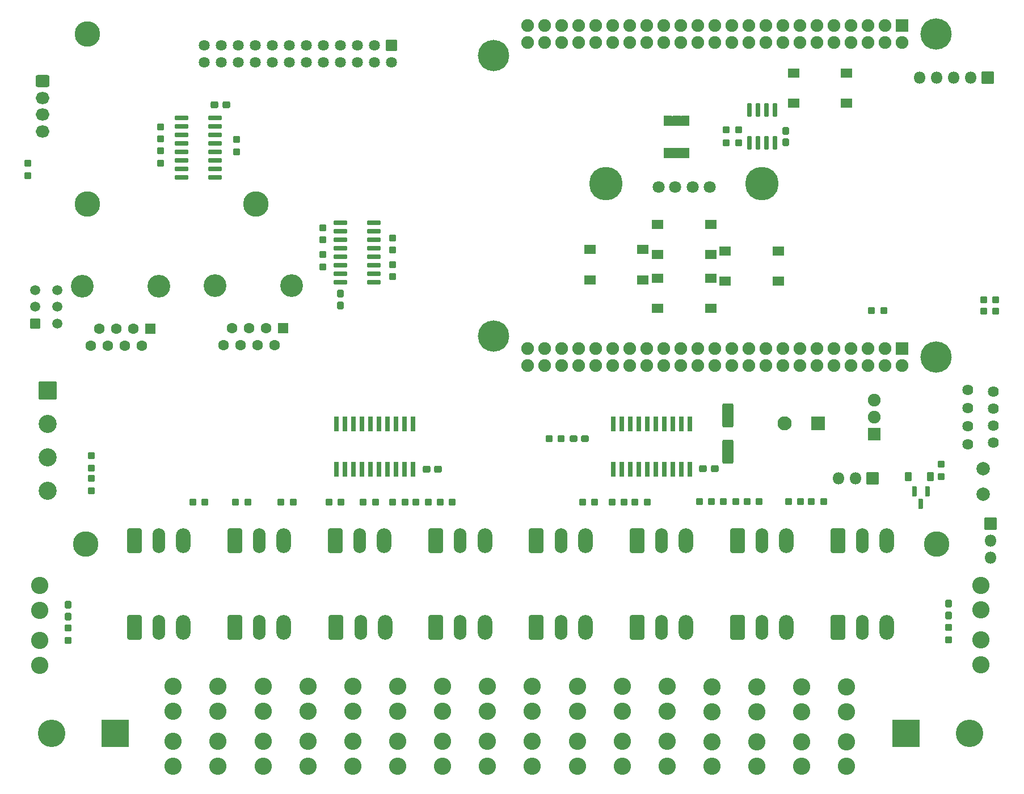
<source format=gbr>
%TF.GenerationSoftware,KiCad,Pcbnew,(6.0.7)*%
%TF.CreationDate,2022-08-24T09:30:35-04:00*%
%TF.ProjectId,BBB_16,4242425f-3136-42e6-9b69-6361645f7063,v2.1*%
%TF.SameCoordinates,Original*%
%TF.FileFunction,Soldermask,Top*%
%TF.FilePolarity,Negative*%
%FSLAX46Y46*%
G04 Gerber Fmt 4.6, Leading zero omitted, Abs format (unit mm)*
G04 Created by KiCad (PCBNEW (6.0.7)) date 2022-08-24 09:30:35*
%MOMM*%
%LPD*%
G01*
G04 APERTURE LIST*
G04 Aperture macros list*
%AMRoundRect*
0 Rectangle with rounded corners*
0 $1 Rounding radius*
0 $2 $3 $4 $5 $6 $7 $8 $9 X,Y pos of 4 corners*
0 Add a 4 corners polygon primitive as box body*
4,1,4,$2,$3,$4,$5,$6,$7,$8,$9,$2,$3,0*
0 Add four circle primitives for the rounded corners*
1,1,$1+$1,$2,$3*
1,1,$1+$1,$4,$5*
1,1,$1+$1,$6,$7*
1,1,$1+$1,$8,$9*
0 Add four rect primitives between the rounded corners*
20,1,$1+$1,$2,$3,$4,$5,0*
20,1,$1+$1,$4,$5,$6,$7,0*
20,1,$1+$1,$6,$7,$8,$9,0*
20,1,$1+$1,$8,$9,$2,$3,0*%
G04 Aperture macros list end*
%ADD10RoundRect,0.288500X-0.300000X-0.237500X0.300000X-0.237500X0.300000X0.237500X-0.300000X0.237500X0*%
%ADD11C,2.577000*%
%ADD12RoundRect,0.342667X-0.758333X-1.508333X0.758333X-1.508333X0.758333X1.508333X-0.758333X1.508333X0*%
%ADD13O,1.902000X3.702000*%
%ADD14O,2.202000X3.702000*%
%ADD15RoundRect,0.051000X-0.450000X-0.600000X0.450000X-0.600000X0.450000X0.600000X-0.450000X0.600000X0*%
%ADD16RoundRect,0.288500X-0.237500X0.250000X-0.237500X-0.250000X0.237500X-0.250000X0.237500X0.250000X0*%
%ADD17RoundRect,0.288500X0.237500X-0.250000X0.237500X0.250000X-0.237500X0.250000X-0.237500X-0.250000X0*%
%ADD18RoundRect,0.051000X-0.850000X0.850000X-0.850000X-0.850000X0.850000X-0.850000X0.850000X0.850000X0*%
%ADD19O,1.802000X1.802000*%
%ADD20C,3.802000*%
%ADD21C,5.000000*%
%ADD22C,1.802000*%
%ADD23RoundRect,0.288500X-0.237500X0.287500X-0.237500X-0.287500X0.237500X-0.287500X0.237500X0.287500X0*%
%ADD24RoundRect,0.288500X-0.287500X-0.237500X0.287500X-0.237500X0.287500X0.237500X-0.287500X0.237500X0*%
%ADD25RoundRect,0.288500X0.250000X0.237500X-0.250000X0.237500X-0.250000X-0.237500X0.250000X-0.237500X0*%
%ADD26RoundRect,0.051000X-0.775000X-0.650000X0.775000X-0.650000X0.775000X0.650000X-0.775000X0.650000X0*%
%ADD27RoundRect,0.051000X-0.279400X1.079500X-0.279400X-1.079500X0.279400X-1.079500X0.279400X1.079500X0*%
%ADD28RoundRect,0.288500X0.237500X-0.300000X0.237500X0.300000X-0.237500X0.300000X-0.237500X-0.300000X0*%
%ADD29RoundRect,0.201000X-0.150000X0.825000X-0.150000X-0.825000X0.150000X-0.825000X0.150000X0.825000X0*%
%ADD30C,3.402000*%
%ADD31RoundRect,0.051000X0.750000X0.750000X-0.750000X0.750000X-0.750000X-0.750000X0.750000X-0.750000X0*%
%ADD32C,1.602000*%
%ADD33RoundRect,0.051000X-0.500000X-0.750000X0.500000X-0.750000X0.500000X0.750000X-0.500000X0.750000X0*%
%ADD34RoundRect,0.288500X-0.237500X0.300000X-0.237500X-0.300000X0.237500X-0.300000X0.237500X0.300000X0*%
%ADD35RoundRect,0.051000X2.000000X2.000000X-2.000000X2.000000X-2.000000X-2.000000X2.000000X-2.000000X0*%
%ADD36C,4.102000*%
%ADD37RoundRect,0.051000X-2.000000X-2.000000X2.000000X-2.000000X2.000000X2.000000X-2.000000X2.000000X0*%
%ADD38RoundRect,0.201000X0.825000X0.150000X-0.825000X0.150000X-0.825000X-0.150000X0.825000X-0.150000X0*%
%ADD39RoundRect,0.051000X0.765000X0.765000X-0.765000X0.765000X-0.765000X-0.765000X0.765000X-0.765000X0*%
%ADD40C,1.632000*%
%ADD41RoundRect,0.051000X-0.900000X-0.900000X0.900000X-0.900000X0.900000X0.900000X-0.900000X0.900000X0*%
%ADD42C,1.902000*%
%ADD43C,4.674000*%
%ADD44RoundRect,0.301000X-0.725000X0.600000X-0.725000X-0.600000X0.725000X-0.600000X0.725000X0.600000X0*%
%ADD45O,2.052000X1.802000*%
%ADD46C,2.006000*%
%ADD47RoundRect,0.051000X-0.850000X-0.850000X0.850000X-0.850000X0.850000X0.850000X-0.850000X0.850000X0*%
%ADD48RoundRect,0.051000X-1.300000X1.300000X-1.300000X-1.300000X1.300000X-1.300000X1.300000X1.300000X0*%
%ADD49C,2.702000*%
%ADD50RoundRect,0.051000X0.700000X-0.700000X0.700000X0.700000X-0.700000X0.700000X-0.700000X-0.700000X0*%
%ADD51C,1.502000*%
%ADD52RoundRect,0.288500X-0.250000X-0.237500X0.250000X-0.237500X0.250000X0.237500X-0.250000X0.237500X0*%
%ADD53RoundRect,0.301000X0.550000X-1.500000X0.550000X1.500000X-0.550000X1.500000X-0.550000X-1.500000X0*%
%ADD54RoundRect,0.051000X1.000000X1.000000X-1.000000X1.000000X-1.000000X-1.000000X1.000000X-1.000000X0*%
%ADD55C,2.102000*%
%ADD56RoundRect,0.201000X-0.825000X-0.150000X0.825000X-0.150000X0.825000X0.150000X-0.825000X0.150000X0*%
%ADD57RoundRect,0.201000X-0.150000X0.587500X-0.150000X-0.587500X0.150000X-0.587500X0.150000X0.587500X0*%
%ADD58RoundRect,0.051000X-0.900000X0.900000X-0.900000X-0.900000X0.900000X-0.900000X0.900000X0.900000X0*%
%ADD59C,1.626000*%
G04 APERTURE END LIST*
D10*
%TO.C,C4*%
X-69087700Y23653700D03*
X-67362700Y23653700D03*
%TD*%
D11*
%TO.C,F18*%
X-126834600Y-5635100D03*
X-126834600Y-1935100D03*
X-126834600Y2564900D03*
X-126834600Y6264900D03*
%TD*%
D12*
%TO.C,J2*%
X-112700200Y3700D03*
D13*
X-109040200Y3700D03*
D14*
X-105380200Y3700D03*
%TD*%
D12*
%TO.C,J5*%
X-82700200Y13003700D03*
D13*
X-79040200Y13003700D03*
D14*
X-75380200Y13003700D03*
%TD*%
D12*
%TO.C,J6*%
X-82585858Y3700D03*
D13*
X-78925858Y3700D03*
D14*
X-75265858Y3700D03*
%TD*%
D12*
%TO.C,J7*%
X-67700200Y13003700D03*
D13*
X-64040200Y13003700D03*
D14*
X-60380200Y13003700D03*
%TD*%
D12*
%TO.C,J8*%
X-67700200Y3700D03*
D13*
X-64040200Y3700D03*
D14*
X-60380200Y3700D03*
%TD*%
D12*
%TO.C,J9*%
X-52700200Y13003700D03*
D13*
X-49040200Y13003700D03*
D14*
X-45380200Y13003700D03*
%TD*%
D12*
%TO.C,J10*%
X-52700200Y3700D03*
D13*
X-49040200Y3700D03*
D14*
X-45380200Y3700D03*
%TD*%
D12*
%TO.C,J11*%
X-37700200Y13003700D03*
D13*
X-34040200Y13003700D03*
D14*
X-30380200Y13003700D03*
%TD*%
D12*
%TO.C,J12*%
X-37700200Y3700D03*
D13*
X-34040200Y3700D03*
D14*
X-30380200Y3700D03*
%TD*%
D12*
%TO.C,J13*%
X-22700200Y13003700D03*
D13*
X-19040200Y13003700D03*
D14*
X-15380200Y13003700D03*
%TD*%
D12*
%TO.C,J14*%
X-22700200Y3700D03*
D13*
X-19040200Y3700D03*
D14*
X-15380200Y3700D03*
%TD*%
D12*
%TO.C,J15*%
X-7700200Y13003700D03*
D13*
X-4040200Y13003700D03*
D14*
X-380200Y13003700D03*
%TD*%
D12*
%TO.C,J16*%
X-7700200Y3700D03*
D13*
X-4040200Y3700D03*
D14*
X-380200Y3700D03*
%TD*%
D11*
%TO.C,F1*%
X-106894600Y-20685100D03*
X-106894600Y-16985100D03*
X-106894600Y-12485100D03*
X-106894600Y-8785100D03*
%TD*%
%TO.C,F7*%
X-66692002Y-20695100D03*
X-66692002Y-16995100D03*
X-66692002Y-12495100D03*
X-66692002Y-8795100D03*
%TD*%
%TO.C,F14*%
X-19788971Y-20760100D03*
X-19788971Y-17060100D03*
X-19788971Y-12560100D03*
X-19788971Y-8860100D03*
%TD*%
D10*
%TO.C,C3*%
X-27812700Y23703700D03*
X-26087700Y23703700D03*
%TD*%
D11*
%TO.C,F2*%
X-100194167Y-20700100D03*
X-100194167Y-17000100D03*
X-100194167Y-12500100D03*
X-100194167Y-8800100D03*
%TD*%
%TO.C,F6*%
X-73392435Y-20695100D03*
X-73392435Y-16995100D03*
X-73392435Y-12495100D03*
X-73392435Y-8795100D03*
%TD*%
%TO.C,F8*%
X-59991569Y-20695100D03*
X-59991569Y-16995100D03*
X-59991569Y-12495100D03*
X-59991569Y-8795100D03*
%TD*%
%TO.C,F9*%
X-53291136Y-20695100D03*
X-53291136Y-16995100D03*
X-53291136Y-12495100D03*
X-53291136Y-8795100D03*
%TD*%
%TO.C,F10*%
X-46590703Y-20695100D03*
X-46590703Y-16995100D03*
X-46590703Y-12495100D03*
X-46590703Y-8795100D03*
%TD*%
%TO.C,F16*%
X-6388100Y-20760100D03*
X-6388100Y-17060100D03*
X-6388100Y-12560100D03*
X-6388100Y-8860100D03*
%TD*%
%TO.C,F5*%
X-80092868Y-20695100D03*
X-80092868Y-16995100D03*
X-80092868Y-12495100D03*
X-80092868Y-8795100D03*
%TD*%
%TO.C,F3*%
X-93493734Y-20700100D03*
X-93493734Y-17000100D03*
X-93493734Y-12500100D03*
X-93493734Y-8800100D03*
%TD*%
%TO.C,F13*%
X-26489404Y-20760100D03*
X-26489404Y-17060100D03*
X-26489404Y-12560100D03*
X-26489404Y-8860100D03*
%TD*%
%TO.C,F11*%
X-39890270Y-20695100D03*
X-39890270Y-16995100D03*
X-39890270Y-12495100D03*
X-39890270Y-8795100D03*
%TD*%
%TO.C,F4*%
X-86793301Y-20700100D03*
X-86793301Y-17000100D03*
X-86793301Y-12500100D03*
X-86793301Y-8800100D03*
%TD*%
D12*
%TO.C,J1*%
X-112700200Y13003700D03*
D13*
X-109040200Y13003700D03*
D14*
X-105380200Y13003700D03*
%TD*%
D12*
%TO.C,J3*%
X-97700200Y13003700D03*
D13*
X-94040200Y13003700D03*
D14*
X-90380200Y13003700D03*
%TD*%
D12*
%TO.C,J4*%
X-97700200Y3700D03*
D13*
X-94040200Y3700D03*
D14*
X-90380200Y3700D03*
%TD*%
D15*
%TO.C,D1*%
X2849800Y22553700D03*
X6149800Y22553700D03*
%TD*%
D16*
%TO.C,R1*%
X-108750200Y74816200D03*
X-108750200Y72991200D03*
%TD*%
D17*
%TO.C,R2*%
X-108750200Y69391200D03*
X-108750200Y71216200D03*
%TD*%
D18*
%TO.C,J25*%
X14649800Y82103700D03*
D19*
X12109800Y82103700D03*
X9569800Y82103700D03*
X7029800Y82103700D03*
X4489800Y82103700D03*
%TD*%
D11*
%TO.C,F15*%
X-13088538Y-20760100D03*
X-13088538Y-17060100D03*
X-13088538Y-12560100D03*
X-13088538Y-8860100D03*
%TD*%
%TO.C,F12*%
X-33189837Y-20695100D03*
X-33189837Y-16995100D03*
X-33189837Y-12495100D03*
X-33189837Y-8795100D03*
%TD*%
D20*
%TO.C,H4*%
X-119689600Y63284900D03*
%TD*%
%TO.C,H3*%
X-94589600Y63284900D03*
%TD*%
D21*
%TO.C,J26*%
X-42300200Y66303700D03*
X-19000200Y66303700D03*
D22*
X-34450200Y65803700D03*
X-31950200Y65803700D03*
X-29350200Y65803700D03*
X-26850200Y65803700D03*
%TD*%
D23*
%TO.C,D5*%
X-122550200Y3378700D03*
X-122550200Y1628700D03*
%TD*%
%TO.C,D6*%
X8849800Y3578700D03*
X8849800Y1828700D03*
%TD*%
D20*
%TO.C,H2*%
X-119989600Y12484900D03*
%TD*%
D16*
%TO.C,R4*%
X-122550200Y-83800D03*
X-122550200Y-1908800D03*
%TD*%
%TO.C,R5*%
X8849800Y16200D03*
X8849800Y-1808800D03*
%TD*%
D24*
%TO.C,D4*%
X-47175200Y28203700D03*
X-45425200Y28203700D03*
%TD*%
D11*
%TO.C,F17*%
X13608800Y-5578300D03*
X13608800Y-1878300D03*
X13608800Y2621700D03*
X13608800Y6321700D03*
%TD*%
D25*
%TO.C,R7*%
X-22527700Y74383700D03*
X-24352700Y74383700D03*
%TD*%
D10*
%TO.C,C5*%
X-100712700Y78103700D03*
X-98987700Y78103700D03*
%TD*%
D26*
%TO.C,SW5*%
X-14325200Y82853700D03*
X-6375200Y82853700D03*
X-14325200Y78353700D03*
X-6375200Y78353700D03*
%TD*%
D27*
%TO.C,U4*%
X-29785200Y30431900D03*
X-31055200Y30431900D03*
X-32325200Y30431900D03*
X-33595200Y30431900D03*
X-34865200Y30431900D03*
X-36135200Y30431900D03*
X-37405200Y30431900D03*
X-38675200Y30431900D03*
X-39945200Y30431900D03*
X-41215200Y30431900D03*
X-41215200Y23675500D03*
X-39945200Y23675500D03*
X-38675200Y23675500D03*
X-37405200Y23675500D03*
X-36135200Y23675500D03*
X-34865200Y23675500D03*
X-33595200Y23675500D03*
X-32325200Y23675500D03*
X-31055200Y23675500D03*
X-29785200Y23675500D03*
%TD*%
D28*
%TO.C,C6*%
X-15440200Y72458700D03*
X-15440200Y74183700D03*
%TD*%
D25*
%TO.C,R6*%
X-22527700Y72403700D03*
X-24352700Y72403700D03*
%TD*%
D29*
%TO.C,U6*%
X-17105200Y77348700D03*
X-18375200Y77348700D03*
X-19645200Y77348700D03*
X-20915200Y77348700D03*
X-20915200Y72398700D03*
X-19645200Y72398700D03*
X-18375200Y72398700D03*
X-17105200Y72398700D03*
%TD*%
D27*
%TO.C,U3*%
X-71135200Y30431900D03*
X-72405200Y30431900D03*
X-73675200Y30431900D03*
X-74945200Y30431900D03*
X-76215200Y30431900D03*
X-77485200Y30431900D03*
X-78755200Y30431900D03*
X-80025200Y30431900D03*
X-81295200Y30431900D03*
X-82565200Y30431900D03*
X-82565200Y23675500D03*
X-81295200Y23675500D03*
X-80025200Y23675500D03*
X-78755200Y23675500D03*
X-77485200Y23675500D03*
X-76215200Y23675500D03*
X-74945200Y23675500D03*
X-73675200Y23675500D03*
X-72405200Y23675500D03*
X-71135200Y23675500D03*
%TD*%
D26*
%TO.C,SW3*%
X-34625200Y52153700D03*
X-26675200Y52153700D03*
X-26675200Y47653700D03*
X-34625200Y47653700D03*
%TD*%
D30*
%TO.C,J20*%
X-120427700Y50953700D03*
X-108997700Y50953700D03*
D31*
X-110267700Y44603700D03*
D32*
X-111537700Y42063700D03*
X-112807700Y44603700D03*
X-114077700Y42063700D03*
X-115347700Y44603700D03*
X-116617700Y42063700D03*
X-117887700Y44603700D03*
X-119157700Y42063700D03*
%TD*%
D33*
%TO.C,PIN4*%
X-33050200Y75703700D03*
X-31750200Y75703700D03*
X-30450200Y75703700D03*
%TD*%
%TO.C,PIN3*%
X-33050200Y70903700D03*
X-31750200Y70903700D03*
X-30450200Y70903700D03*
%TD*%
D34*
%TO.C,C7*%
X-81950200Y49866200D03*
X-81950200Y48141200D03*
%TD*%
D35*
%TO.C,J17*%
X-115550200Y-15796300D03*
D36*
X-125050200Y-15796300D03*
%TD*%
D37*
%TO.C,J18*%
X2449800Y-15796300D03*
D36*
X11949800Y-15796300D03*
%TD*%
D30*
%TO.C,J21*%
X-100627700Y51053700D03*
X-89197700Y51053700D03*
D31*
X-90467700Y44703700D03*
D32*
X-91737700Y42163700D03*
X-93007700Y44703700D03*
X-94277700Y42163700D03*
X-95547700Y44703700D03*
X-96817700Y42163700D03*
X-98087700Y44703700D03*
X-99357700Y42163700D03*
%TD*%
D38*
%TO.C,U7*%
X-76975200Y51558700D03*
X-76975200Y52828700D03*
X-76975200Y54098700D03*
X-76975200Y55368700D03*
X-76975200Y56638700D03*
X-76975200Y57908700D03*
X-76975200Y59178700D03*
X-76975200Y60448700D03*
X-81925200Y60448700D03*
X-81925200Y59178700D03*
X-81925200Y57908700D03*
X-81925200Y56638700D03*
X-81925200Y55368700D03*
X-81925200Y54098700D03*
X-81925200Y52828700D03*
X-81925200Y51558700D03*
%TD*%
D39*
%TO.C,J24*%
X-74280200Y86973700D03*
D40*
X-74280200Y84433700D03*
X-76820200Y86973700D03*
X-76820200Y84433700D03*
X-79360200Y86973700D03*
X-79360200Y84433700D03*
X-81900200Y86973700D03*
X-81900200Y84433700D03*
X-84440200Y86973700D03*
X-84440200Y84433700D03*
X-86980200Y86973700D03*
X-86980200Y84433700D03*
X-89520200Y86973700D03*
X-89520200Y84433700D03*
X-92060200Y86973700D03*
X-92060200Y84433700D03*
X-94600200Y86973700D03*
X-94600200Y84433700D03*
X-97140200Y86973700D03*
X-97140200Y84433700D03*
X-99680200Y86973700D03*
X-99680200Y84433700D03*
X-102220200Y86973700D03*
X-102220200Y84433700D03*
%TD*%
D41*
%TO.C,U1*%
X1844800Y41643700D03*
D42*
X1844800Y39103700D03*
X-695200Y41643700D03*
X-695200Y39103700D03*
X-3235200Y41643700D03*
X-3235200Y39103700D03*
X-5775200Y41643700D03*
X-5775200Y39103700D03*
X-8315200Y41643700D03*
X-8315200Y39103700D03*
X-10855200Y41643700D03*
X-10855200Y39103700D03*
X-13395200Y41643700D03*
X-13395200Y39103700D03*
X-15935200Y41643700D03*
X-15935200Y39103700D03*
X-18475200Y41643700D03*
X-18475200Y39103700D03*
X-21015200Y41643700D03*
X-21015200Y39103700D03*
X-23555200Y41643700D03*
X-23555200Y39103700D03*
X-26095200Y41643700D03*
X-26095200Y39103700D03*
X-28635200Y41643700D03*
X-28635200Y39103700D03*
X-31175200Y41643700D03*
X-31175200Y39103700D03*
X-33715200Y41643700D03*
X-33715200Y39103700D03*
X-36255200Y41643700D03*
X-36255200Y39103700D03*
X-38795200Y41643700D03*
X-38795200Y39103700D03*
X-41335200Y41643700D03*
X-41335200Y39103700D03*
X-43875200Y41643700D03*
X-43875200Y39103700D03*
X-46415200Y41643700D03*
X-46415200Y39103700D03*
X-48955200Y41643700D03*
X-48955200Y39103700D03*
X-51495200Y41643700D03*
X-51495200Y39103700D03*
X-54035200Y41643700D03*
X-54035200Y39103700D03*
D41*
X1844800Y89903700D03*
D42*
X1844800Y87363700D03*
X-695200Y89903700D03*
X-695200Y87363700D03*
X-3235200Y89903700D03*
X-3235200Y87363700D03*
X-5775200Y89903700D03*
X-5775200Y87363700D03*
X-8315200Y89903700D03*
X-8315200Y87363700D03*
X-10855200Y89903700D03*
X-10855200Y87363700D03*
X-13395200Y89903700D03*
X-13395200Y87363700D03*
X-15935200Y89903700D03*
X-15935200Y87363700D03*
X-18475200Y89903700D03*
X-18475200Y87363700D03*
X-21015200Y89903700D03*
X-21015200Y87363700D03*
X-23555200Y89903700D03*
X-23555200Y87363700D03*
X-26095200Y89903700D03*
X-26095200Y87363700D03*
X-28635200Y89903700D03*
X-28635200Y87363700D03*
X-31175200Y89903700D03*
X-31175200Y87363700D03*
X-33715200Y89903700D03*
X-33715200Y87363700D03*
X-36255200Y89903700D03*
X-36255200Y87363700D03*
X-38795200Y89903700D03*
X-38795200Y87363700D03*
X-41335200Y89903700D03*
X-41335200Y87363700D03*
X-43875200Y89903700D03*
X-43875200Y87363700D03*
X-46415200Y89903700D03*
X-46415200Y87363700D03*
X-48955200Y89903700D03*
X-48955200Y87363700D03*
X-51495200Y89903700D03*
X-51495200Y87363700D03*
X-54035200Y89903700D03*
X-54035200Y87363700D03*
D43*
X-59115200Y85458700D03*
X6924800Y88633700D03*
X6924800Y40373700D03*
X-59115200Y43548700D03*
%TD*%
D26*
%TO.C,SW2*%
X-34625200Y60253700D03*
X-26675200Y60253700D03*
X-34625200Y55753700D03*
X-26675200Y55753700D03*
%TD*%
%TO.C,SW1*%
X-44725200Y56453700D03*
X-36775200Y56453700D03*
X-36775200Y51953700D03*
X-44725200Y51953700D03*
%TD*%
%TO.C,SW4*%
X-24525200Y56253700D03*
X-16575200Y56253700D03*
X-16575200Y51753700D03*
X-24525200Y51753700D03*
%TD*%
D20*
%TO.C,H1*%
X7010400Y12484900D03*
%TD*%
D18*
%TO.C,J23*%
X-2550200Y22303700D03*
D19*
X-5090200Y22303700D03*
X-7630200Y22303700D03*
%TD*%
D44*
%TO.C,J19*%
X-126350200Y81603700D03*
D45*
X-126350200Y79103700D03*
X-126350200Y76603700D03*
X-126350200Y74103700D03*
%TD*%
D46*
%TO.C,J27*%
X14000259Y19898140D03*
X14000259Y23708140D03*
%TD*%
D47*
%TO.C,J28*%
X15049800Y15503700D03*
D19*
X15049800Y12963700D03*
X15049800Y10423700D03*
%TD*%
D48*
%TO.C,J22*%
X-125650200Y35403700D03*
D49*
X-125650200Y30403700D03*
X-125650200Y25403700D03*
X-125650200Y20403700D03*
%TD*%
D17*
%TO.C,R9*%
X-119100200Y20441200D03*
X-119100200Y22266200D03*
%TD*%
%TO.C,R10*%
X-119100200Y23841200D03*
X-119100200Y25666200D03*
%TD*%
D50*
%TO.C,SW6*%
X-127450200Y45403700D03*
D51*
X-127450200Y47903700D03*
X-127450200Y50403700D03*
X-124150200Y45403700D03*
X-124150200Y47903700D03*
X-124150200Y50403700D03*
%TD*%
D52*
%TO.C,R3*%
X-50812700Y28203700D03*
X-48987700Y28203700D03*
%TD*%
D53*
%TO.C,C2*%
X-24150200Y26303700D03*
X-24150200Y31703700D03*
%TD*%
D54*
%TO.C,C1*%
X-10650200Y30503700D03*
D55*
X-15650200Y30503700D03*
%TD*%
D16*
%TO.C,R8*%
X-128575200Y69341200D03*
X-128575200Y67516200D03*
%TD*%
D52*
%TO.C,R11*%
X-2662700Y47303700D03*
X-837700Y47303700D03*
%TD*%
D25*
%TO.C,R12*%
X15887300Y47278700D03*
X14062300Y47278700D03*
%TD*%
D52*
%TO.C,R13*%
X14062300Y48953700D03*
X15887300Y48953700D03*
%TD*%
D20*
%TO.C,H5*%
X-119689600Y88684900D03*
%TD*%
D52*
%TO.C,R31*%
X-28362700Y18803700D03*
X-26537700Y18803700D03*
%TD*%
D25*
%TO.C,R22*%
X-76712700Y18753700D03*
X-78537700Y18753700D03*
%TD*%
D52*
%TO.C,R20*%
X-70662700Y18753700D03*
X-68837700Y18753700D03*
%TD*%
D25*
%TO.C,R26*%
X-102137700Y18753700D03*
X-103962700Y18753700D03*
%TD*%
%TO.C,R25*%
X-95762700Y18753700D03*
X-97587700Y18753700D03*
%TD*%
D56*
%TO.C,U5*%
X-105625200Y76148700D03*
X-105625200Y74878700D03*
X-105625200Y73608700D03*
X-105625200Y72338700D03*
X-105625200Y71068700D03*
X-105625200Y69798700D03*
X-105625200Y68528700D03*
X-105625200Y67258700D03*
X-100675200Y67258700D03*
X-100675200Y68528700D03*
X-100675200Y69798700D03*
X-100675200Y71068700D03*
X-100675200Y72338700D03*
X-100675200Y73608700D03*
X-100675200Y74878700D03*
X-100675200Y76148700D03*
%TD*%
D57*
%TO.C,Q1*%
X5649800Y20341200D03*
X3749800Y20341200D03*
X4699800Y18466200D03*
%TD*%
D58*
%TO.C,U2*%
X-2250200Y28903700D03*
D42*
X-2250200Y31443700D03*
X-2250200Y33983700D03*
D59*
X15529800Y35253700D03*
X15529800Y32713700D03*
X15529800Y30173700D03*
X15529800Y27633700D03*
X11719800Y35485640D03*
X11719800Y32790700D03*
X11719800Y30096700D03*
X11719800Y27401760D03*
%TD*%
D25*
%TO.C,R23*%
X-81837700Y18753700D03*
X-83662700Y18753700D03*
%TD*%
D17*
%TO.C,R17*%
X-74150200Y52391200D03*
X-74150200Y54216200D03*
%TD*%
D25*
%TO.C,R33*%
X-39587700Y18703700D03*
X-41412700Y18703700D03*
%TD*%
D52*
%TO.C,R19*%
X-67062700Y18753700D03*
X-65237700Y18753700D03*
%TD*%
D17*
%TO.C,R16*%
X-74150200Y56391200D03*
X-74150200Y58216200D03*
%TD*%
D25*
%TO.C,R34*%
X-43987700Y18703700D03*
X-45812700Y18703700D03*
%TD*%
%TO.C,R24*%
X-88987700Y18753700D03*
X-90812700Y18753700D03*
%TD*%
D52*
%TO.C,R32*%
X-37962700Y18703700D03*
X-36137700Y18703700D03*
%TD*%
%TO.C,R27*%
X-11662700Y18803700D03*
X-9837700Y18803700D03*
%TD*%
D16*
%TO.C,R14*%
X7699800Y24366200D03*
X7699800Y22541200D03*
%TD*%
%TO.C,R15*%
X-84550200Y55716200D03*
X-84550200Y53891200D03*
%TD*%
D52*
%TO.C,R28*%
X-15062700Y18803700D03*
X-13237700Y18803700D03*
%TD*%
D16*
%TO.C,R18*%
X-84550200Y59716200D03*
X-84550200Y57891200D03*
%TD*%
%TO.C,R35*%
X-97450200Y72916200D03*
X-97450200Y71091200D03*
%TD*%
D52*
%TO.C,R29*%
X-21262700Y18803700D03*
X-19437700Y18803700D03*
%TD*%
%TO.C,R30*%
X-24762700Y18803700D03*
X-22937700Y18803700D03*
%TD*%
%TO.C,R21*%
X-74112700Y18753700D03*
X-72287700Y18753700D03*
%TD*%
G36*
X-31200933Y71670399D02*
G01*
X-31149254Y71627211D01*
X-31080539Y71618580D01*
X-31017909Y71648544D01*
X-30999852Y71669382D01*
X-30997962Y71670036D01*
X-30996451Y71668726D01*
X-30996379Y71667682D01*
X-30999200Y71653501D01*
X-30999200Y70153899D01*
X-30996222Y70138926D01*
X-30996865Y70137032D01*
X-30998827Y70136642D01*
X-30999467Y70137001D01*
X-31051146Y70180189D01*
X-31119861Y70188820D01*
X-31182491Y70158856D01*
X-31200548Y70138018D01*
X-31202438Y70137364D01*
X-31203949Y70138674D01*
X-31204021Y70139718D01*
X-31201200Y70153899D01*
X-31201200Y71653501D01*
X-31204178Y71668474D01*
X-31203535Y71670368D01*
X-31201573Y71670758D01*
X-31200933Y71670399D01*
G37*
G36*
X-32500933Y71670399D02*
G01*
X-32449254Y71627211D01*
X-32380539Y71618580D01*
X-32317909Y71648544D01*
X-32299852Y71669382D01*
X-32297962Y71670036D01*
X-32296451Y71668726D01*
X-32296379Y71667682D01*
X-32299200Y71653501D01*
X-32299200Y70153899D01*
X-32296222Y70138926D01*
X-32296865Y70137032D01*
X-32298827Y70136642D01*
X-32299467Y70137001D01*
X-32351146Y70180189D01*
X-32419861Y70188820D01*
X-32482491Y70158856D01*
X-32500548Y70138018D01*
X-32502438Y70137364D01*
X-32503949Y70138674D01*
X-32504021Y70139718D01*
X-32501200Y70153899D01*
X-32501200Y71653501D01*
X-32504178Y71668474D01*
X-32503535Y71670368D01*
X-32501573Y71670758D01*
X-32500933Y71670399D01*
G37*
G36*
X-31200933Y76470399D02*
G01*
X-31149254Y76427211D01*
X-31080539Y76418580D01*
X-31017909Y76448544D01*
X-30999852Y76469382D01*
X-30997962Y76470036D01*
X-30996451Y76468726D01*
X-30996379Y76467682D01*
X-30999200Y76453501D01*
X-30999200Y74953899D01*
X-30996222Y74938926D01*
X-30996865Y74937032D01*
X-30998827Y74936642D01*
X-30999467Y74937001D01*
X-31051146Y74980189D01*
X-31119861Y74988820D01*
X-31182491Y74958856D01*
X-31200548Y74938018D01*
X-31202438Y74937364D01*
X-31203949Y74938674D01*
X-31204021Y74939718D01*
X-31201200Y74953899D01*
X-31201200Y76453501D01*
X-31204178Y76468474D01*
X-31203535Y76470368D01*
X-31201573Y76470758D01*
X-31200933Y76470399D01*
G37*
G36*
X-32500933Y76470399D02*
G01*
X-32449254Y76427211D01*
X-32380539Y76418580D01*
X-32317909Y76448544D01*
X-32299852Y76469382D01*
X-32297962Y76470036D01*
X-32296451Y76468726D01*
X-32296379Y76467682D01*
X-32299200Y76453501D01*
X-32299200Y74953899D01*
X-32296222Y74938926D01*
X-32296865Y74937032D01*
X-32298827Y74936642D01*
X-32299467Y74937001D01*
X-32351146Y74980189D01*
X-32419861Y74988820D01*
X-32482491Y74958856D01*
X-32500548Y74938018D01*
X-32502438Y74937364D01*
X-32503949Y74938674D01*
X-32504021Y74939718D01*
X-32501200Y74953899D01*
X-32501200Y76453501D01*
X-32504178Y76468474D01*
X-32503535Y76470368D01*
X-32501573Y76470758D01*
X-32500933Y76470399D01*
G37*
M02*

</source>
